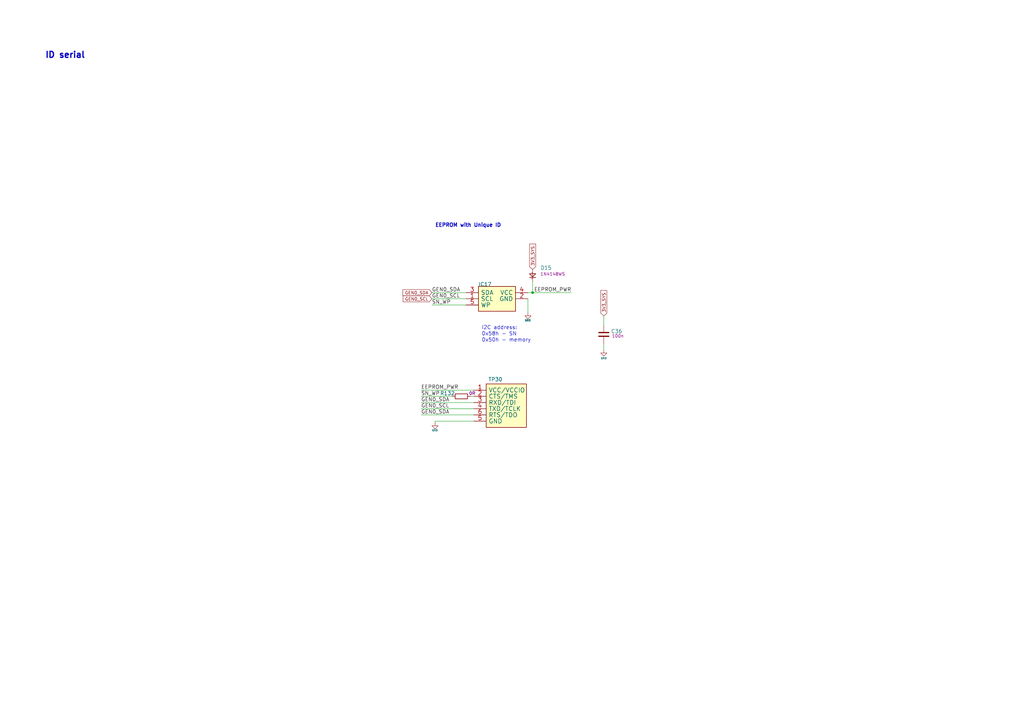
<source format=kicad_sch>
(kicad_sch (version 20211123) (generator eeschema)
  (paper "A3")
  (title_block (title "Jetson Nano Baseboard") (date "2022-02-04") (rev "1.5.1") (company "Antmicro Ltd") (comment 1 "www.antmicro.com") (comment 2 "Antmicro Ltd"))
  (lib_symbols
    (symbol "jetson-nano-baseboard:AT24CS01" (pin_names (offset 1.016))
      (property "Reference" "IC" (at 0 15.24 0))
      (property "Value" "AT24CS01" (at 0 2.54 0))
      (symbol "AT24CS01_0_1"
        (rectangle (start 0 5.08) (end 15.24 15.24) (stroke (width 0.254)) (fill (type background)))
        (pin passive line (at -5.08 10.16 0) (length 5.08) (name "SCL") (number "1"))
        (pin passive line (at 20.32 10.16 180) (length 5.08) (name "GND") (number "2"))
        (pin passive line (at -5.08 12.7 0) (length 5.08) (name "SDA") (number "3"))
        (pin passive line (at 20.32 12.7 180) (length 5.08) (name "VCC") (number "4"))
        (pin passive line (at -5.08 7.62 0) (length 5.08) (name "WP") (number "5"))
      )
    )
    (symbol "jetson-nano-baseboard:C_100n_0402" (pin_names (offset 0))
      (property "Reference" "C" (at -1.397 3.429 0))
      (property "Val" "100n" (at 0 -2.54 0))
      (symbol "C_100n_0402_1_1"
        (polyline (pts (xy -2.032 -0.762) (xy 2.032 -0.762)) (stroke (width 0.508)))
        (polyline (pts (xy -2.032 0.762) (xy 2.032 0.762)) (stroke (width 0.508)))
        (pin passive line (at 0 3.81 270) (length 2.794) (name "~") (number "1"))
        (pin passive line (at 0 -3.81 90) (length 2.794) (name "~") (number "2"))
      )
    )
    (symbol "jetson-nano-baseboard:GND" (power) (pin_names (offset 0))
      (property "Value" "GND" (at 0 -3.81 0))
      (symbol "GND_0_1"
        (polyline (pts (xy 0 0) (xy 0 -1.27) (xy 1.27 -1.27) (xy 0 -2.54) (xy -1.27 -1.27) (xy 0 -1.27)))
      )
      (symbol "GND_1_1"
        (pin power_in line (at 0 0 270) (length 0) hide (name "GND") (number "1"))
      )
    )
    (symbol "jetson-nano-baseboard:R_0R_0402" (pin_names (offset 0))
      (property "Reference" "R" (at -1.397 3.429 0))
      (property "Val" "0R" (at 0 -2.54 0))
      (symbol "R_0R_0402_1_1"
        (rectangle (start 2.54 -1.016) (end -2.54 1.016) (stroke (width 0.254)))
        (pin passive line (at -3.81 0 0) (length 1.27) (name "~") (number "1"))
        (pin passive line (at 3.81 0 180) (length 1.27) (name "~") (number "2"))
      )
    )
    (symbol "jetson-nano-baseboard:TC2030" (pin_names (offset 1.016))
      (property "Reference" "IC" (at -7.62 8.89 0))
      (property "Value" "TC2030" (at -7.62 6.35 0))
      (symbol "TC2030_0_1"
        (rectangle (start 8.89 -12.7) (end -7.62 5.08) (stroke (width 0.254)) (fill (type background)))
        (pin passive line (at -12.7 2.54 0) (length 5.08) (name "VCC/VCCIO") (number "1"))
        (pin passive line (at -12.7 0 0) (length 5.08) (name "CTS/TMS") (number "2"))
        (pin passive line (at -12.7 -2.54 0) (length 5.08) (name "RXD/TDI") (number "3"))
        (pin passive line (at -12.7 -5.08 0) (length 5.08) (name "TXD/TCLK") (number "4"))
        (pin passive line (at -12.7 -7.62 0) (length 5.08) (name "RTS/TDO") (number "6"))
      )
      (symbol "TC2030_1_1"
        (pin passive line (at -12.7 -10.16 0) (length 5.08) (name "GND") (number "5"))
      )
    )
    (symbol "jetson-nano-baseboard:diode" (pin_names (offset 1.016))
      (property "Reference" "D" (at -1.016 1.524 0))
      (property "Value" "diode" (at -1.016 -4.064 90))
      (symbol "diode_0_1"
        (polyline (pts (xy -1.27 0.762) (xy 1.27 0.762)) (stroke (width 0.254)))
        (polyline (pts (xy -1.27 -0.762) (xy 1.27 -0.762) (xy 0 0.508) (xy -1.27 -0.762)) (stroke (width 0.254)))
        (pin passive line (at 0 -2.54 90) (length 2.54) (name "A") (number "A"))
        (pin passive line (at 0 2.54 270) (length 2.54) (name "C") (number "C"))
      )
    )
  )
  (junction (at 218.44 120.015))
  (wire (pts (xy 247.65 129.54) (xy 247.65 133.35)))
  (wire (pts (xy 218.44 115.57) (xy 218.44 120.015)))
  (wire (pts (xy 216.535 122.555) (xy 216.535 128.27)))
  (wire (pts (xy 172.72 165.1) (xy 194.31 165.1)))
  (wire (pts (xy 194.31 172.72) (xy 178.435 172.72)))
  (wire (pts (xy 194.31 162.56) (xy 193.04 162.56)))
  (wire (pts (xy 194.31 167.64) (xy 172.72 167.64)))
  (wire (pts (xy 178.435 172.72) (xy 178.435 173.355)))
  (wire (pts (xy 177.165 122.555) (xy 191.135 122.555)))
  (polyline (pts (xy 807.5422 828.4972) (xy 810.4886 828.4972)))
  (wire (pts (xy 247.65 140.97) (xy 247.65 143.51)))
  (wire (pts (xy 172.72 170.18) (xy 194.31 170.18)))
  (wire (pts (xy 172.72 162.56) (xy 185.42 162.56)))
  (wire (pts (xy 177.165 125.095) (xy 191.135 125.095)))
  (wire (pts (xy 177.165 120.015) (xy 191.135 120.015)))
  (wire (pts (xy 218.44 120.015) (xy 234.315 120.015)))
  (wire (pts (xy 216.535 120.015) (xy 218.44 120.015)))
  (wire (pts (xy 172.72 160.02) (xy 194.31 160.02)))
  (text "0x58h - SN" (at 197.5358 137.8966 0) (effects (font (size 1.524 1.524)) (justify left bottom)))
  (text "EEPROM with Unique ID" (at 178.435 93.345 0) (effects (font (size 1.4986 1.4986) (thickness 0.2997) bold) (justify left bottom)))
  (text "ID serial" (at 18.415 24.13 0) (effects (font (size 2.4892 2.4892) (thickness 0.4978) bold) (justify left bottom)))
  (text "0x50h - memory" (at 197.5358 140.4366 0) (effects (font (size 1.524 1.524)) (justify left bottom)))
  (text "I2C address:" (at 197.5358 135.3566 0) (effects (font (size 1.524 1.524)) (justify left bottom)))
  (text "Text" (at 67.7926 1253.8202 0) (effects (font (size 1.524 1.524)) (justify left bottom)))
  (text "Text" (at 67.7926 1253.8202 0) (effects (font (size 1.524 1.524)) (justify left bottom)))
  (label "SN_WP" (at 172.72 162.56 0) (effects (font (size 1.524 1.524))))
  (label "EEPROM_PWR" (at 234.315 120.015 180) (effects (font (size 1.524 1.524))))
  (label "GEN0_SCL" (at 177.165 122.555 0) (effects (font (size 1.524 1.524))))
  (label "EEPROM_PWR" (at 172.72 160.02 0) (effects (font (size 1.524 1.524))))
  (label "SN_WP" (at 177.165 125.095 0) (effects (font (size 1.524 1.524))))
  (label "GEN0_SDA" (at 172.72 170.18 0) (effects (font (size 1.524 1.524))))
  (label "GEN0_SDA" (at 172.72 165.1 0) (effects (font (size 1.524 1.524))))
  (label "GEN0_SCL" (at 172.72 167.64 0) (effects (font (size 1.524 1.524))))
  (label "GEN0_SDA" (at 177.165 120.015 0) (effects (font (size 1.524 1.524))))
  (global_label "3V3_SYS" (shape input) (at 247.65 129.54 90) (property "Intersheet References" "${INTERSHEET_REFS}" (effects hide)))
  (global_label "GEN0_SDA" (shape input) (at 177.165 120.015 180) (property "Intersheet References" "${INTERSHEET_REFS}" (effects hide)))
  (global_label "3V3_SYS" (shape input) (at 218.44 110.49 90) (property "Intersheet References" "${INTERSHEET_REFS}" (effects hide)))
  (global_label "GEN0_SCL" (shape input) (at 177.165 122.555 180) (property "Intersheet References" "${INTERSHEET_REFS}" (effects hide)))
  (symbol (lib_id "jetson-nano-baseboard:AT24CS01") (at 196.215 132.715 0) (unit 1)
    (property "Reference" "IC17" (at 196.215 117.475 0) (effects (font (size 1.524 1.524)) (justify left bottom)))
    (property "MPN" "AT24CS01-ST" (effects hide))
    (property "Manufacturer" "Atmel" (effects hide))
  )
  (symbol (lib_id "jetson-nano-baseboard:GND") (at 216.535 128.27 0) (unit 1)
    (property "Reference" "#GND_035" (effects hide))
  )
  (symbol (lib_id "jetson-nano-baseboard:GND") (at 247.65 143.51 0) (unit 1)
    (property "Reference" "#GND_0155" (effects hide))
  )
  (symbol (lib_id "jetson-nano-baseboard:diode") (at 218.44 113.03 180) (unit 1)
    (property "Reference" "D15" (at 221.615 109.855 0) (effects (font (size 1.524 1.524)) (justify right)))
    (property "Manufacturer" "ON Semiconductor" (effects hide))
    (property "MPN" "1N4148WS" (at 226.695 112.395 0))
  )
  (symbol (lib_id "jetson-nano-baseboard:TC2030") (at 207.01 162.56 0) (unit 1)
    (property "Reference" "TP30" (at 200.2536 155.6004 0) (effects (font (size 1.524 1.524)) (justify left)))
    (property "Manufacturer" "Tag Connect" (effects hide))
    (property "MPN" "TC2030" (effects hide))
  )
  (symbol (lib_id "jetson-nano-baseboard:GND") (at 178.435 173.355 0) (unit 1)
    (property "Reference" "#GND_0119" (effects hide))
  )
  (symbol (lib_id "jetson-nano-baseboard:R_0R_0402") (at 189.23 162.56 0) (unit 1)
    (property "Reference" "R132" (at 183.515 161.29 0) (effects (font (size 1.524 1.524))))
    (property "Manufacturer" "PANASONIC" (effects hide))
    (property "MPN" "ERJ2GE0R00X" (effects hide))
    (property "Val" "0R" (at 193.675 161.29 0))
  )
  (symbol (lib_id "jetson-nano-baseboard:C_100n_0402") (at 247.65 137.16 180) (unit 1)
    (property "Reference" "C36" (at 255.27 135.89 0) (effects (font (size 1.524 1.524)) (justify left)))
    (property "Manufacturer" "Walsin" (effects hide))
    (property "MPN" "0402X104K6R3CT" (effects hide))
    (property "Val" "100n" (at 255.905 137.795 0) (effects (justify left)))
  )
)
</source>
